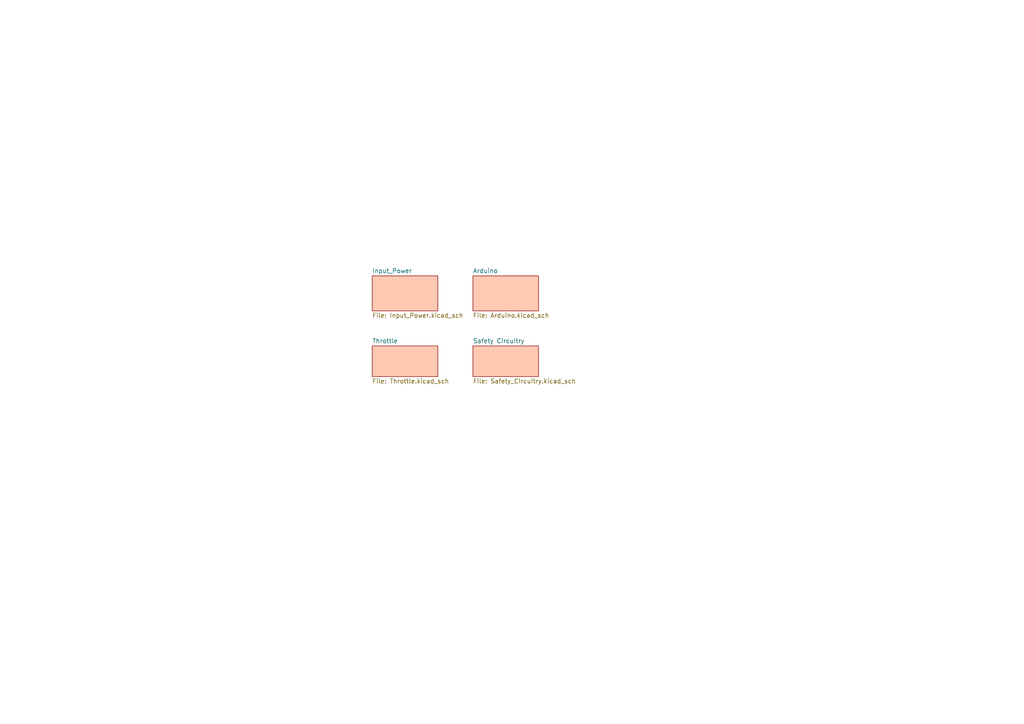
<source format=kicad_sch>
(kicad_sch
	(version 20231120)
	(generator "eeschema")
	(generator_version "8.0")
	(uuid "901cb2d4-20ee-405e-8da7-271519f1dbd8")
	(paper "A4")
	(lib_symbols)
	(sheet
		(at 137.16 80.01)
		(size 19.05 10.16)
		(fields_autoplaced yes)
		(stroke
			(width 0.1524)
			(type solid)
		)
		(fill
			(color 255 75 0 0.3000)
		)
		(uuid "85e0d06f-74ec-4845-830e-182fc5b19cb9")
		(property "Sheetname" "Arduino"
			(at 137.16 79.2984 0)
			(effects
				(font
					(size 1.27 1.27)
				)
				(justify left bottom)
			)
		)
		(property "Sheetfile" "Arduino.kicad_sch"
			(at 137.16 90.7546 0)
			(effects
				(font
					(size 1.27 1.27)
				)
				(justify left top)
			)
		)
		(property "Field2" ""
			(at 137.16 80.01 0)
			(effects
				(font
					(size 1.27 1.27)
				)
				(hide yes)
			)
		)
		(instances
			(project "CANBOARD_REV2"
				(path "/901cb2d4-20ee-405e-8da7-271519f1dbd8"
					(page "5")
				)
			)
		)
	)
	(sheet
		(at 107.95 100.33)
		(size 19.05 8.89)
		(fields_autoplaced yes)
		(stroke
			(width 0.1524)
			(type solid)
		)
		(fill
			(color 255 75 0 0.3020)
		)
		(uuid "8cfeb571-3295-404a-b0ef-cb60410d7335")
		(property "Sheetname" "Throttle"
			(at 107.95 99.6184 0)
			(effects
				(font
					(size 1.27 1.27)
				)
				(justify left bottom)
			)
		)
		(property "Sheetfile" "Throttle.kicad_sch"
			(at 107.95 109.8046 0)
			(effects
				(font
					(size 1.27 1.27)
				)
				(justify left top)
			)
		)
		(property "Field2" ""
			(at 107.95 100.33 0)
			(effects
				(font
					(size 1.27 1.27)
				)
				(hide yes)
			)
		)
		(instances
			(project "CANBOARD_REV2"
				(path "/901cb2d4-20ee-405e-8da7-271519f1dbd8"
					(page "2")
				)
			)
		)
	)
	(sheet
		(at 107.95 80.01)
		(size 19.05 10.16)
		(fields_autoplaced yes)
		(stroke
			(width 0.1524)
			(type solid)
		)
		(fill
			(color 255 75 0 0.3020)
		)
		(uuid "e05b6d24-f27e-4b93-a064-9af132f713bd")
		(property "Sheetname" "Input_Power"
			(at 107.95 79.2984 0)
			(effects
				(font
					(size 1.27 1.27)
				)
				(justify left bottom)
			)
		)
		(property "Sheetfile" "Input_Power.kicad_sch"
			(at 107.95 90.7546 0)
			(effects
				(font
					(size 1.27 1.27)
				)
				(justify left top)
			)
		)
		(property "Field2" ""
			(at 107.95 80.01 0)
			(effects
				(font
					(size 1.27 1.27)
				)
				(hide yes)
			)
		)
		(instances
			(project "CANBOARD_REV2"
				(path "/901cb2d4-20ee-405e-8da7-271519f1dbd8"
					(page "3")
				)
			)
		)
	)
	(sheet
		(at 137.16 100.33)
		(size 19.05 8.89)
		(fields_autoplaced yes)
		(stroke
			(width 0.1524)
			(type solid)
		)
		(fill
			(color 255 75 0 0.3020)
		)
		(uuid "fd28bc2f-03c2-4c2b-9a10-5aad159610c3")
		(property "Sheetname" "Safety Circuitry"
			(at 137.16 99.6184 0)
			(effects
				(font
					(size 1.27 1.27)
				)
				(justify left bottom)
			)
		)
		(property "Sheetfile" "Safety_Circuitry.kicad_sch"
			(at 137.16 109.8046 0)
			(effects
				(font
					(size 1.27 1.27)
				)
				(justify left top)
			)
		)
		(instances
			(project "CANBOARD_REV2"
				(path "/901cb2d4-20ee-405e-8da7-271519f1dbd8"
					(page "4")
				)
			)
		)
	)
	(sheet_instances
		(path "/"
			(page "1")
		)
	)
)

</source>
